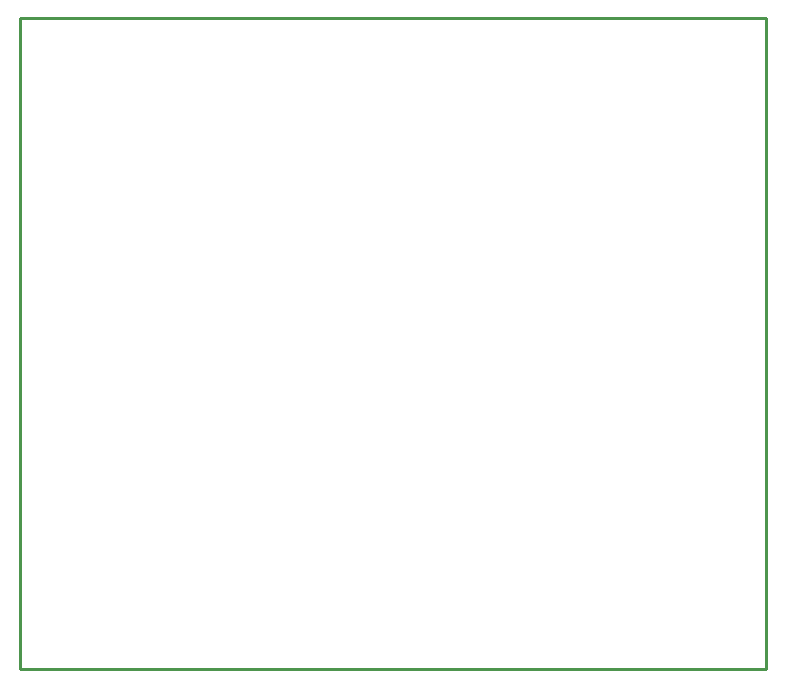
<source format=gko>
%FSTAX23Y23*%
%MOIN*%
%SFA1B1*%

%IPPOS*%
%ADD13C,0.010000*%
%LNxksoilsensor-1*%
%LPD*%
G54D13*
X0Y0D02*
X02485D01*
Y0217*
X0D02*
X02485D01*
X0Y0D02*
Y0217D01*
M02*
</source>
